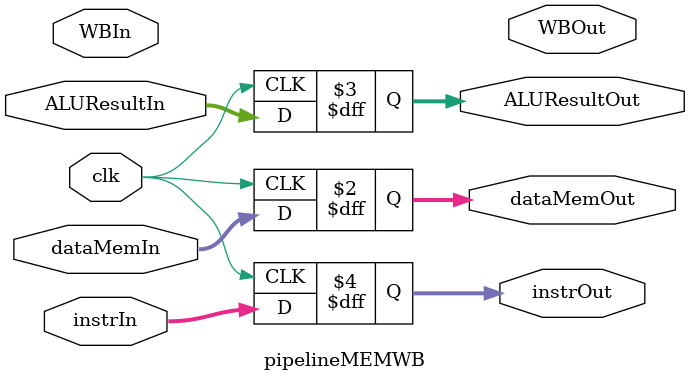
<source format=v>
module pipelineMEMWB(
input [31:0] dataMemIn,
input [31:0] ALUResultIn,
//input [4:0] readReg1
input [31:0] instrIn,
output reg [31:0] dataMemOut,
output reg [31:0] ALUResultOut,
output reg [31:0] instrOut,
input WBIn,
output reg WBOut,
input clk
); 

//normal operation
always @ (posedge clk) 
begin 
dataMemOut = dataMemIn;
ALUResultOut = ALUResultIn;
instrOut = instrIn;
end 

//hazard


endmodule
</source>
